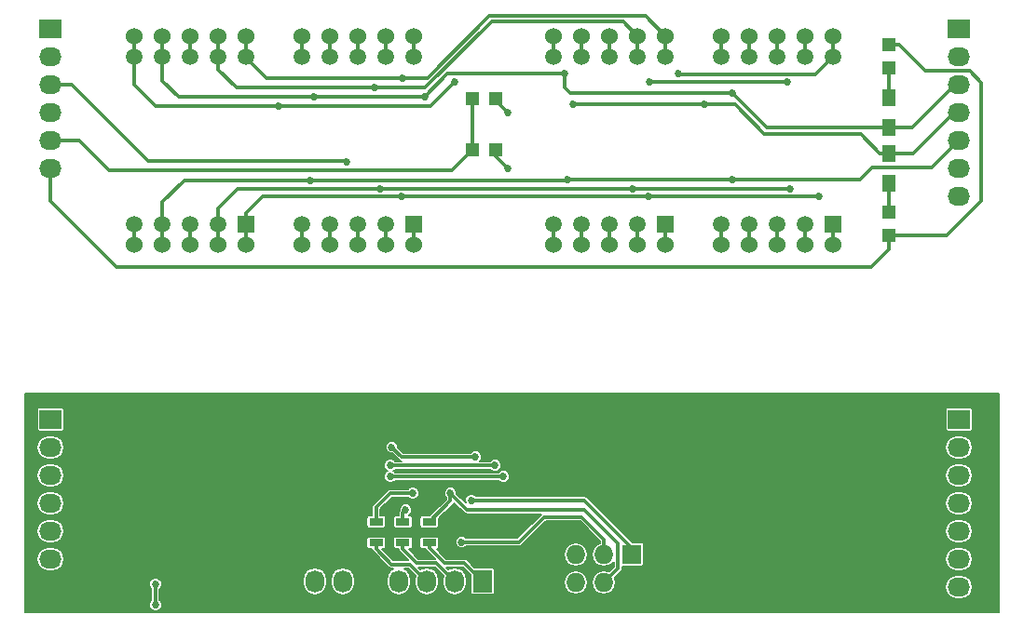
<source format=gbl>
G04 #@! TF.FileFunction,Copper,L2,Bot,Signal*
%FSLAX46Y46*%
G04 Gerber Fmt 4.6, Leading zero omitted, Abs format (unit mm)*
G04 Created by KiCad (PCBNEW 4.0.0-2.201512072331+6194~38~ubuntu14.04.1-stable) date Sun 31 Jul 2016 10:30:43 AM CEST*
%MOMM*%
G01*
G04 APERTURE LIST*
%ADD10C,0.100000*%
%ADD11R,1.198880X1.198880*%
%ADD12R,2.032000X1.727200*%
%ADD13O,2.032000X1.727200*%
%ADD14R,1.300000X1.500000*%
%ADD15R,1.727200X1.727200*%
%ADD16O,1.727200X1.727200*%
%ADD17R,1.300000X0.700000*%
%ADD18R,1.500000X1.500000*%
%ADD19C,1.500000*%
%ADD20C,1.524000*%
%ADD21R,1.727200X2.032000*%
%ADD22O,1.727200X2.032000*%
%ADD23C,0.685800*%
%ADD24C,0.304800*%
%ADD25C,0.152400*%
G04 APERTURE END LIST*
D10*
D11*
X159799020Y-56769000D03*
X157700980Y-56769000D03*
X159799020Y-52070000D03*
X157700980Y-52070000D03*
X195580000Y-49309020D03*
X195580000Y-47210980D03*
X195580000Y-62450980D03*
X195580000Y-64549020D03*
D12*
X119380000Y-81280000D03*
D13*
X119380000Y-83820000D03*
X119380000Y-86360000D03*
X119380000Y-88900000D03*
X119380000Y-91440000D03*
X119380000Y-93980000D03*
D12*
X201930000Y-81280000D03*
D13*
X201930000Y-83820000D03*
X201930000Y-86360000D03*
X201930000Y-88900000D03*
X201930000Y-91440000D03*
X201930000Y-93980000D03*
X201930000Y-96520000D03*
D14*
X195580000Y-51990000D03*
X195580000Y-54690000D03*
X195580000Y-59770000D03*
X195580000Y-57070000D03*
D15*
X172212000Y-93599000D03*
D16*
X172212000Y-96139000D03*
X169672000Y-93599000D03*
X169672000Y-96139000D03*
X167132000Y-93599000D03*
X167132000Y-96139000D03*
D12*
X119380000Y-45720000D03*
D13*
X119380000Y-48260000D03*
X119380000Y-50800000D03*
X119380000Y-53340000D03*
X119380000Y-55880000D03*
X119380000Y-58420000D03*
D12*
X201930000Y-45720000D03*
D13*
X201930000Y-48260000D03*
X201930000Y-50800000D03*
X201930000Y-53340000D03*
X201930000Y-55880000D03*
X201930000Y-58420000D03*
X201930000Y-60960000D03*
D17*
X153797000Y-92517000D03*
X153797000Y-90617000D03*
X148971000Y-92517000D03*
X148971000Y-90617000D03*
D18*
X137160000Y-63500000D03*
D19*
X134620000Y-63500000D03*
X132080000Y-63500000D03*
X129540000Y-63500000D03*
X127000000Y-63500000D03*
X127000000Y-48260000D03*
X129540000Y-48260000D03*
X132080000Y-48260000D03*
X134620000Y-48260000D03*
X137160000Y-48260000D03*
D20*
X137160000Y-65379600D03*
X134620000Y-65379600D03*
X132080000Y-65379600D03*
X129540000Y-65379600D03*
X127000000Y-65379600D03*
X127000000Y-46380400D03*
X129540000Y-46380400D03*
X132080000Y-46380400D03*
X134620000Y-46380400D03*
X137160000Y-46380400D03*
D18*
X152400000Y-63500000D03*
D19*
X149860000Y-63500000D03*
X147320000Y-63500000D03*
X144780000Y-63500000D03*
X142240000Y-63500000D03*
X142240000Y-48260000D03*
X144780000Y-48260000D03*
X147320000Y-48260000D03*
X149860000Y-48260000D03*
X152400000Y-48260000D03*
D20*
X152400000Y-65379600D03*
X149860000Y-65379600D03*
X147320000Y-65379600D03*
X144780000Y-65379600D03*
X142240000Y-65379600D03*
X142240000Y-46380400D03*
X144780000Y-46380400D03*
X147320000Y-46380400D03*
X149860000Y-46380400D03*
X152400000Y-46380400D03*
D18*
X175260000Y-63500000D03*
D19*
X172720000Y-63500000D03*
X170180000Y-63500000D03*
X167640000Y-63500000D03*
X165100000Y-63500000D03*
X165100000Y-48260000D03*
X167640000Y-48260000D03*
X170180000Y-48260000D03*
X172720000Y-48260000D03*
X175260000Y-48260000D03*
D20*
X175260000Y-65379600D03*
X172720000Y-65379600D03*
X170180000Y-65379600D03*
X167640000Y-65379600D03*
X165100000Y-65379600D03*
X165100000Y-46380400D03*
X167640000Y-46380400D03*
X170180000Y-46380400D03*
X172720000Y-46380400D03*
X175260000Y-46380400D03*
D18*
X190500000Y-63500000D03*
D19*
X187960000Y-63500000D03*
X185420000Y-63500000D03*
X182880000Y-63500000D03*
X180340000Y-63500000D03*
X180340000Y-48260000D03*
X182880000Y-48260000D03*
X185420000Y-48260000D03*
X187960000Y-48260000D03*
X190500000Y-48260000D03*
D20*
X190500000Y-65379600D03*
X187960000Y-65379600D03*
X185420000Y-65379600D03*
X182880000Y-65379600D03*
X180340000Y-65379600D03*
X180340000Y-46380400D03*
X182880000Y-46380400D03*
X185420000Y-46380400D03*
X187960000Y-46380400D03*
X190500000Y-46380400D03*
D17*
X151384000Y-92517000D03*
X151384000Y-90617000D03*
D21*
X158623000Y-96012000D03*
D22*
X156083000Y-96012000D03*
X153543000Y-96012000D03*
X151003000Y-96012000D03*
X148463000Y-96012000D03*
X145923000Y-96012000D03*
X143383000Y-96012000D03*
D23*
X189230000Y-61023500D03*
X173736000Y-61023500D03*
X151257000Y-61023500D03*
X172275500Y-60325000D03*
X149352000Y-60325000D03*
X186563000Y-60325000D03*
X181356000Y-59436000D03*
X166306500Y-59499500D03*
X143002000Y-59563000D03*
X166814500Y-52641500D03*
X178752500Y-52641500D03*
X156083000Y-50609500D03*
X140081000Y-52768500D03*
X153352500Y-51943000D03*
X181292500Y-51562000D03*
X166116000Y-49847500D03*
X143319500Y-51943000D03*
X186309000Y-50609500D03*
X173799500Y-50609500D03*
X148780500Y-51117500D03*
X176403000Y-49847500D03*
X151320500Y-50228500D03*
X146304000Y-57848500D03*
X157099000Y-83820000D03*
X158623000Y-83820000D03*
X162433000Y-95758000D03*
X155829000Y-80772000D03*
X156210000Y-89535000D03*
X175768000Y-88646000D03*
X173228000Y-82042000D03*
X147447000Y-92456000D03*
X141097000Y-82042000D03*
X128905000Y-96266000D03*
X128905000Y-98171000D03*
X160909000Y-58420000D03*
X160909000Y-53340000D03*
X155702000Y-88011000D03*
X156718000Y-92456000D03*
X152273000Y-88011000D03*
X151638000Y-89535000D03*
X157607000Y-88646000D03*
X150368000Y-83820000D03*
X157988000Y-84709000D03*
X150241000Y-85471000D03*
X159766000Y-85471000D03*
X150241000Y-86487000D03*
X160528000Y-86487000D03*
D24*
X173736000Y-61023500D02*
X189230000Y-61023500D01*
X151257000Y-61023500D02*
X173736000Y-61023500D01*
X137160000Y-63500000D02*
X137160000Y-62484000D01*
X138620500Y-61023500D02*
X151257000Y-61023500D01*
X137160000Y-62484000D02*
X138620500Y-61023500D01*
X137160000Y-63500000D02*
X137160000Y-65379600D01*
X152400000Y-63500000D02*
X152400000Y-65379600D01*
X175260000Y-63500000D02*
X175260000Y-65379600D01*
X190500000Y-63500000D02*
X190500000Y-65379600D01*
X172275500Y-60325000D02*
X186563000Y-60325000D01*
X170688000Y-60325000D02*
X172275500Y-60325000D01*
X186499500Y-60261500D02*
X186563000Y-60325000D01*
X147955000Y-60325000D02*
X149352000Y-60325000D01*
X134620000Y-62103000D02*
X136398000Y-60325000D01*
X136398000Y-60325000D02*
X147955000Y-60325000D01*
X134620000Y-63500000D02*
X134620000Y-62103000D01*
X149352000Y-60325000D02*
X170688000Y-60325000D01*
X170688000Y-60325000D02*
X170751500Y-60325000D01*
X134620000Y-63500000D02*
X134620000Y-65379600D01*
X149860000Y-63500000D02*
X149860000Y-65379600D01*
X172720000Y-63500000D02*
X172720000Y-65379600D01*
X187960000Y-63500000D02*
X187960000Y-65379600D01*
X185420000Y-48260000D02*
X185420000Y-46380400D01*
X185420000Y-63500000D02*
X185420000Y-65379600D01*
X181356000Y-59436000D02*
X192913000Y-59436000D01*
X199453500Y-58356500D02*
X201930000Y-55880000D01*
X193992500Y-58356500D02*
X199453500Y-58356500D01*
X192913000Y-59436000D02*
X193992500Y-58356500D01*
X166306500Y-59499500D02*
X181292500Y-59499500D01*
X181292500Y-59499500D02*
X181356000Y-59436000D01*
X143002000Y-59563000D02*
X166243000Y-59563000D01*
X166243000Y-59563000D02*
X166306500Y-59499500D01*
X129540000Y-63500000D02*
X129540000Y-61531500D01*
X131508500Y-59563000D02*
X143002000Y-59563000D01*
X129540000Y-61531500D02*
X131508500Y-59563000D01*
X129540000Y-63500000D02*
X129540000Y-65379600D01*
X144780000Y-63500000D02*
X144780000Y-65379600D01*
X167640000Y-63500000D02*
X167640000Y-65379600D01*
X182880000Y-63500000D02*
X182880000Y-65379600D01*
X178752500Y-52641500D02*
X181546500Y-52641500D01*
X194738000Y-57070000D02*
X195580000Y-57070000D01*
X192976500Y-55308500D02*
X194738000Y-57070000D01*
X184213500Y-55308500D02*
X192976500Y-55308500D01*
X181546500Y-52641500D02*
X184213500Y-55308500D01*
X166814500Y-52641500D02*
X178752500Y-52641500D01*
X140081000Y-52768500D02*
X153924000Y-52768500D01*
X153924000Y-52768500D02*
X156083000Y-50609500D01*
X180340000Y-48260000D02*
X180340000Y-46380400D01*
X165100000Y-46380400D02*
X165100000Y-48260000D01*
X201930000Y-53340000D02*
X201485500Y-53340000D01*
X201485500Y-53340000D02*
X197755500Y-57070000D01*
X197755500Y-57070000D02*
X195580000Y-57070000D01*
X127000000Y-48260000D02*
X127000000Y-50863500D01*
X128905000Y-52768500D02*
X140081000Y-52768500D01*
X127000000Y-50863500D02*
X128905000Y-52768500D01*
X142240000Y-46380400D02*
X142240000Y-48260000D01*
X127000000Y-46380400D02*
X127000000Y-48260000D01*
X195580000Y-54690000D02*
X184420500Y-54690000D01*
X184420500Y-54690000D02*
X181292500Y-51562000D01*
X166116000Y-49847500D02*
X166116000Y-51054000D01*
X166116000Y-51054000D02*
X166624000Y-51562000D01*
X166624000Y-51562000D02*
X181292500Y-51562000D01*
X143319500Y-51943000D02*
X153352500Y-51943000D01*
X155448000Y-49847500D02*
X166116000Y-49847500D01*
X153352500Y-51943000D02*
X155448000Y-49847500D01*
X182880000Y-46380400D02*
X182880000Y-48260000D01*
X167640000Y-48260000D02*
X167640000Y-46380400D01*
X201930000Y-50800000D02*
X201549000Y-50800000D01*
X201549000Y-50800000D02*
X197659000Y-54690000D01*
X197659000Y-54690000D02*
X195580000Y-54690000D01*
X129540000Y-48260000D02*
X129540000Y-50482500D01*
X131000500Y-51943000D02*
X143319500Y-51943000D01*
X129540000Y-50482500D02*
X131000500Y-51943000D01*
X144780000Y-46380400D02*
X144780000Y-48260000D01*
X129540000Y-46380400D02*
X129540000Y-48260000D01*
X153225500Y-51117500D02*
X153416000Y-51117500D01*
X148780500Y-51117500D02*
X153225500Y-51117500D01*
X171424600Y-45085000D02*
X172720000Y-46380400D01*
X159448500Y-45085000D02*
X171424600Y-45085000D01*
X153416000Y-51117500D02*
X159448500Y-45085000D01*
X173799500Y-50609500D02*
X186309000Y-50609500D01*
X187960000Y-46380400D02*
X187960000Y-48260000D01*
X172720000Y-48260000D02*
X172720000Y-46380400D01*
X134620000Y-48260000D02*
X134620000Y-49466500D01*
X136271000Y-51117500D02*
X148780500Y-51117500D01*
X134620000Y-49466500D02*
X136271000Y-51117500D01*
X149860000Y-46380400D02*
X149860000Y-48260000D01*
X134620000Y-46380400D02*
X134620000Y-48260000D01*
X152781000Y-50228500D02*
X153606500Y-50228500D01*
X151320500Y-50228500D02*
X152781000Y-50228500D01*
X173456600Y-44577000D02*
X175260000Y-46380400D01*
X159258000Y-44577000D02*
X173456600Y-44577000D01*
X153606500Y-50228500D02*
X159258000Y-44577000D01*
X188849000Y-49911000D02*
X190500000Y-48260000D01*
X176466500Y-49911000D02*
X188849000Y-49911000D01*
X176403000Y-49847500D02*
X176466500Y-49911000D01*
X190500000Y-48260000D02*
X190500000Y-46380400D01*
X175260000Y-46380400D02*
X175260000Y-48260000D01*
X137160000Y-48260000D02*
X137160000Y-48387000D01*
X137160000Y-48387000D02*
X139001500Y-50228500D01*
X139001500Y-50228500D02*
X151320500Y-50228500D01*
X152400000Y-46380400D02*
X152400000Y-48260000D01*
X137160000Y-46380400D02*
X137160000Y-48260000D01*
X119380000Y-48260000D02*
X119570500Y-48260000D01*
X170180000Y-46380400D02*
X170180000Y-48260000D01*
X170180000Y-63500000D02*
X170180000Y-65379600D01*
X119380000Y-50800000D02*
X121285000Y-50800000D01*
X146240500Y-57785000D02*
X146304000Y-57848500D01*
X128270000Y-57785000D02*
X146240500Y-57785000D01*
X121285000Y-50800000D02*
X128270000Y-57785000D01*
X147320000Y-63500000D02*
X147320000Y-65379600D01*
X147320000Y-46380400D02*
X147320000Y-48260000D01*
X132080000Y-63500000D02*
X132080000Y-65379600D01*
X132080000Y-46380400D02*
X132080000Y-48260000D01*
X128905000Y-96266000D02*
X128905000Y-98171000D01*
X159799020Y-56769000D02*
X159799020Y-57310020D01*
X159799020Y-57310020D02*
X160909000Y-58420000D01*
X157700980Y-56769000D02*
X157700980Y-52070000D01*
X119380000Y-55880000D02*
X121983500Y-55880000D01*
X155859480Y-58610500D02*
X157700980Y-56769000D01*
X124714000Y-58610500D02*
X155859480Y-58610500D01*
X121983500Y-55880000D02*
X124714000Y-58610500D01*
X159799020Y-52070000D02*
X159799020Y-52230020D01*
X159799020Y-52230020D02*
X160909000Y-53340000D01*
X195580000Y-49309020D02*
X195580000Y-51990000D01*
X195580000Y-64549020D02*
X195580000Y-65786000D01*
X119380000Y-61417200D02*
X119380000Y-58420000D01*
X125374400Y-67411600D02*
X119380000Y-61417200D01*
X193954400Y-67411600D02*
X125374400Y-67411600D01*
X195580000Y-65786000D02*
X193954400Y-67411600D01*
X195580000Y-47210980D02*
X196499480Y-47210980D01*
X200817480Y-64549020D02*
X195580000Y-64549020D01*
X203962000Y-61404500D02*
X200817480Y-64549020D01*
X203962000Y-50673000D02*
X203962000Y-61404500D01*
X202882500Y-49593500D02*
X203962000Y-50673000D01*
X198882000Y-49593500D02*
X202882500Y-49593500D01*
X196499480Y-47210980D02*
X198882000Y-49593500D01*
X195580000Y-59770000D02*
X195580000Y-62450980D01*
X155702000Y-88011000D02*
X155702000Y-88712000D01*
X155702000Y-88712000D02*
X153797000Y-90617000D01*
X170942000Y-94869000D02*
X169672000Y-96139000D01*
X170942000Y-92583000D02*
X170942000Y-94869000D01*
X167894000Y-89535000D02*
X170942000Y-92583000D01*
X157226000Y-89535000D02*
X167894000Y-89535000D01*
X155702000Y-88011000D02*
X157226000Y-89535000D01*
X169672000Y-93599000D02*
X169672000Y-92202000D01*
X161925000Y-92456000D02*
X156718000Y-92456000D01*
X164211000Y-90170000D02*
X161925000Y-92456000D01*
X167640000Y-90170000D02*
X164211000Y-90170000D01*
X169672000Y-92202000D02*
X167640000Y-90170000D01*
X152273000Y-88011000D02*
X150241000Y-88011000D01*
X150241000Y-88011000D02*
X148971000Y-89281000D01*
X148971000Y-89281000D02*
X148971000Y-90617000D01*
X151638000Y-89535000D02*
X151384000Y-89789000D01*
X151384000Y-89789000D02*
X151384000Y-90617000D01*
X167894000Y-88646000D02*
X157607000Y-88646000D01*
X172212000Y-92964000D02*
X167894000Y-88646000D01*
X172212000Y-93599000D02*
X172212000Y-92964000D01*
X150368000Y-83820000D02*
X151257000Y-84709000D01*
X151257000Y-84709000D02*
X157988000Y-84709000D01*
X150241000Y-85471000D02*
X159766000Y-85471000D01*
X150241000Y-86487000D02*
X160528000Y-86487000D01*
X180340000Y-63500000D02*
X180340000Y-65379600D01*
X165100000Y-63500000D02*
X165100000Y-65379600D01*
X142240000Y-63500000D02*
X142240000Y-65379600D01*
X127000000Y-63500000D02*
X127000000Y-65379600D01*
X153797000Y-92517000D02*
X153797000Y-92964000D01*
X153797000Y-92964000D02*
X155194000Y-94361000D01*
X155194000Y-94361000D02*
X156972000Y-94361000D01*
X156972000Y-94361000D02*
X158623000Y-96012000D01*
X151384000Y-92517000D02*
X151384000Y-93091000D01*
X151384000Y-93091000D02*
X152654000Y-94361000D01*
X152654000Y-94361000D02*
X154432000Y-94361000D01*
X154432000Y-94361000D02*
X156083000Y-96012000D01*
X148971000Y-92517000D02*
X148971000Y-93091000D01*
X148971000Y-93091000D02*
X150368000Y-94488000D01*
X150368000Y-94488000D02*
X152019000Y-94488000D01*
X152019000Y-94488000D02*
X153543000Y-96012000D01*
D25*
G36*
X146812000Y-78968600D02*
X175514000Y-78968600D01*
X175641694Y-78943200D01*
X180974306Y-78943200D01*
X181102000Y-78968600D01*
X205511400Y-78968600D01*
X205511400Y-98831400D01*
X117068600Y-98831400D01*
X117068600Y-96379180D01*
X128333401Y-96379180D01*
X128420224Y-96589306D01*
X128524000Y-96693263D01*
X128524000Y-97743818D01*
X128420789Y-97846849D01*
X128333600Y-98056823D01*
X128333401Y-98284180D01*
X128420224Y-98494306D01*
X128580849Y-98655211D01*
X128790823Y-98742400D01*
X129018180Y-98742599D01*
X129228306Y-98655776D01*
X129389211Y-98495151D01*
X129476400Y-98285177D01*
X129476599Y-98057820D01*
X129389776Y-97847694D01*
X129286000Y-97743737D01*
X129286000Y-96693182D01*
X129389211Y-96590151D01*
X129476400Y-96380177D01*
X129476599Y-96152820D01*
X129389776Y-95942694D01*
X129282487Y-95835217D01*
X142290800Y-95835217D01*
X142290800Y-96188783D01*
X142373939Y-96606750D01*
X142610698Y-96961085D01*
X142965033Y-97197844D01*
X143383000Y-97280983D01*
X143800967Y-97197844D01*
X144155302Y-96961085D01*
X144392061Y-96606750D01*
X144475200Y-96188783D01*
X144475200Y-95835217D01*
X144830800Y-95835217D01*
X144830800Y-96188783D01*
X144913939Y-96606750D01*
X145150698Y-96961085D01*
X145505033Y-97197844D01*
X145923000Y-97280983D01*
X146340967Y-97197844D01*
X146695302Y-96961085D01*
X146932061Y-96606750D01*
X147015200Y-96188783D01*
X147015200Y-95835217D01*
X146932061Y-95417250D01*
X146695302Y-95062915D01*
X146340967Y-94826156D01*
X145923000Y-94743017D01*
X145505033Y-94826156D01*
X145150698Y-95062915D01*
X144913939Y-95417250D01*
X144830800Y-95835217D01*
X144475200Y-95835217D01*
X144392061Y-95417250D01*
X144155302Y-95062915D01*
X143800967Y-94826156D01*
X143383000Y-94743017D01*
X142965033Y-94826156D01*
X142610698Y-95062915D01*
X142373939Y-95417250D01*
X142290800Y-95835217D01*
X129282487Y-95835217D01*
X129229151Y-95781789D01*
X129019177Y-95694600D01*
X128791820Y-95694401D01*
X128581694Y-95781224D01*
X128420789Y-95941849D01*
X128333600Y-96151823D01*
X128333401Y-96379180D01*
X117068600Y-96379180D01*
X117068600Y-93980000D01*
X118111017Y-93980000D01*
X118194156Y-94397967D01*
X118430915Y-94752302D01*
X118785250Y-94989061D01*
X119203217Y-95072200D01*
X119556783Y-95072200D01*
X119974750Y-94989061D01*
X120329085Y-94752302D01*
X120565844Y-94397967D01*
X120648983Y-93980000D01*
X120565844Y-93562033D01*
X120329085Y-93207698D01*
X119974750Y-92970939D01*
X119556783Y-92887800D01*
X119203217Y-92887800D01*
X118785250Y-92970939D01*
X118430915Y-93207698D01*
X118194156Y-93562033D01*
X118111017Y-93980000D01*
X117068600Y-93980000D01*
X117068600Y-91440000D01*
X118111017Y-91440000D01*
X118194156Y-91857967D01*
X118430915Y-92212302D01*
X118785250Y-92449061D01*
X119203217Y-92532200D01*
X119556783Y-92532200D01*
X119974750Y-92449061D01*
X120329085Y-92212302D01*
X120359354Y-92167000D01*
X148087922Y-92167000D01*
X148087922Y-92867000D01*
X148103862Y-92951714D01*
X148153928Y-93029518D01*
X148230320Y-93081715D01*
X148321000Y-93100078D01*
X148591806Y-93100078D01*
X148619002Y-93236803D01*
X148701592Y-93360408D01*
X150098590Y-94757405D01*
X150098592Y-94757408D01*
X150172688Y-94806917D01*
X150222197Y-94839998D01*
X150368000Y-94869000D01*
X150520912Y-94869000D01*
X150230698Y-95062915D01*
X149993939Y-95417250D01*
X149910800Y-95835217D01*
X149910800Y-96188783D01*
X149993939Y-96606750D01*
X150230698Y-96961085D01*
X150585033Y-97197844D01*
X151003000Y-97280983D01*
X151420967Y-97197844D01*
X151775302Y-96961085D01*
X152012061Y-96606750D01*
X152095200Y-96188783D01*
X152095200Y-95835217D01*
X152012061Y-95417250D01*
X151775302Y-95062915D01*
X151485088Y-94869000D01*
X151861184Y-94869000D01*
X152513282Y-95521098D01*
X152450800Y-95835217D01*
X152450800Y-96188783D01*
X152533939Y-96606750D01*
X152770698Y-96961085D01*
X153125033Y-97197844D01*
X153543000Y-97280983D01*
X153960967Y-97197844D01*
X154315302Y-96961085D01*
X154552061Y-96606750D01*
X154635200Y-96188783D01*
X154635200Y-95835217D01*
X154552061Y-95417250D01*
X154315302Y-95062915D01*
X153960967Y-94826156D01*
X153543000Y-94743017D01*
X153125033Y-94826156D01*
X152987721Y-94917905D01*
X152811816Y-94742000D01*
X154274184Y-94742000D01*
X155053282Y-95521098D01*
X154990800Y-95835217D01*
X154990800Y-96188783D01*
X155073939Y-96606750D01*
X155310698Y-96961085D01*
X155665033Y-97197844D01*
X156083000Y-97280983D01*
X156500967Y-97197844D01*
X156855302Y-96961085D01*
X157092061Y-96606750D01*
X157175200Y-96188783D01*
X157175200Y-95835217D01*
X157092061Y-95417250D01*
X156855302Y-95062915D01*
X156500967Y-94826156D01*
X156083000Y-94743017D01*
X155665033Y-94826156D01*
X155527721Y-94917905D01*
X155351816Y-94742000D01*
X156814184Y-94742000D01*
X157526322Y-95454138D01*
X157526322Y-97028000D01*
X157542262Y-97112714D01*
X157592328Y-97190518D01*
X157668720Y-97242715D01*
X157759400Y-97261078D01*
X159486600Y-97261078D01*
X159571314Y-97245138D01*
X159649118Y-97195072D01*
X159701315Y-97118680D01*
X159719678Y-97028000D01*
X159719678Y-96117603D01*
X166039800Y-96117603D01*
X166039800Y-96160397D01*
X166122939Y-96578364D01*
X166359698Y-96932699D01*
X166714033Y-97169458D01*
X167132000Y-97252597D01*
X167549967Y-97169458D01*
X167904302Y-96932699D01*
X168141061Y-96578364D01*
X168224200Y-96160397D01*
X168224200Y-96117603D01*
X168141061Y-95699636D01*
X167904302Y-95345301D01*
X167549967Y-95108542D01*
X167132000Y-95025403D01*
X166714033Y-95108542D01*
X166359698Y-95345301D01*
X166122939Y-95699636D01*
X166039800Y-96117603D01*
X159719678Y-96117603D01*
X159719678Y-94996000D01*
X159703738Y-94911286D01*
X159653672Y-94833482D01*
X159577280Y-94781285D01*
X159486600Y-94762922D01*
X157912738Y-94762922D01*
X157241408Y-94091592D01*
X157117803Y-94009002D01*
X156972000Y-93980000D01*
X155351815Y-93980000D01*
X154949418Y-93577603D01*
X166039800Y-93577603D01*
X166039800Y-93620397D01*
X166122939Y-94038364D01*
X166359698Y-94392699D01*
X166714033Y-94629458D01*
X167132000Y-94712597D01*
X167549967Y-94629458D01*
X167904302Y-94392699D01*
X168141061Y-94038364D01*
X168224200Y-93620397D01*
X168224200Y-93577603D01*
X168141061Y-93159636D01*
X167904302Y-92805301D01*
X167549967Y-92568542D01*
X167132000Y-92485403D01*
X166714033Y-92568542D01*
X166359698Y-92805301D01*
X166122939Y-93159636D01*
X166039800Y-93577603D01*
X154949418Y-93577603D01*
X154467951Y-93096136D01*
X154531714Y-93084138D01*
X154609518Y-93034072D01*
X154661715Y-92957680D01*
X154680078Y-92867000D01*
X154680078Y-92167000D01*
X154664138Y-92082286D01*
X154614072Y-92004482D01*
X154537680Y-91952285D01*
X154447000Y-91933922D01*
X153147000Y-91933922D01*
X153062286Y-91949862D01*
X152984482Y-91999928D01*
X152932285Y-92076320D01*
X152913922Y-92167000D01*
X152913922Y-92867000D01*
X152929862Y-92951714D01*
X152979928Y-93029518D01*
X153056320Y-93081715D01*
X153147000Y-93100078D01*
X153443068Y-93100078D01*
X153445002Y-93109803D01*
X153527592Y-93233408D01*
X154274185Y-93980000D01*
X152811816Y-93980000D01*
X151931894Y-93100078D01*
X152034000Y-93100078D01*
X152118714Y-93084138D01*
X152196518Y-93034072D01*
X152248715Y-92957680D01*
X152267078Y-92867000D01*
X152267078Y-92167000D01*
X152251138Y-92082286D01*
X152201072Y-92004482D01*
X152124680Y-91952285D01*
X152034000Y-91933922D01*
X150734000Y-91933922D01*
X150649286Y-91949862D01*
X150571482Y-91999928D01*
X150519285Y-92076320D01*
X150500922Y-92167000D01*
X150500922Y-92867000D01*
X150516862Y-92951714D01*
X150566928Y-93029518D01*
X150643320Y-93081715D01*
X150734000Y-93100078D01*
X151004806Y-93100078D01*
X151032002Y-93236803D01*
X151114592Y-93360408D01*
X151861184Y-94107000D01*
X150525815Y-94107000D01*
X149518894Y-93100078D01*
X149621000Y-93100078D01*
X149705714Y-93084138D01*
X149783518Y-93034072D01*
X149835715Y-92957680D01*
X149854078Y-92867000D01*
X149854078Y-92167000D01*
X149838138Y-92082286D01*
X149788072Y-92004482D01*
X149711680Y-91952285D01*
X149621000Y-91933922D01*
X148321000Y-91933922D01*
X148236286Y-91949862D01*
X148158482Y-91999928D01*
X148106285Y-92076320D01*
X148087922Y-92167000D01*
X120359354Y-92167000D01*
X120565844Y-91857967D01*
X120648983Y-91440000D01*
X120565844Y-91022033D01*
X120329085Y-90667698D01*
X119974750Y-90430939D01*
X119556783Y-90347800D01*
X119203217Y-90347800D01*
X118785250Y-90430939D01*
X118430915Y-90667698D01*
X118194156Y-91022033D01*
X118111017Y-91440000D01*
X117068600Y-91440000D01*
X117068600Y-90267000D01*
X148087922Y-90267000D01*
X148087922Y-90967000D01*
X148103862Y-91051714D01*
X148153928Y-91129518D01*
X148230320Y-91181715D01*
X148321000Y-91200078D01*
X149621000Y-91200078D01*
X149705714Y-91184138D01*
X149783518Y-91134072D01*
X149835715Y-91057680D01*
X149854078Y-90967000D01*
X149854078Y-90267000D01*
X150500922Y-90267000D01*
X150500922Y-90967000D01*
X150516862Y-91051714D01*
X150566928Y-91129518D01*
X150643320Y-91181715D01*
X150734000Y-91200078D01*
X152034000Y-91200078D01*
X152118714Y-91184138D01*
X152196518Y-91134072D01*
X152248715Y-91057680D01*
X152267078Y-90967000D01*
X152267078Y-90267000D01*
X152913922Y-90267000D01*
X152913922Y-90967000D01*
X152929862Y-91051714D01*
X152979928Y-91129518D01*
X153056320Y-91181715D01*
X153147000Y-91200078D01*
X154447000Y-91200078D01*
X154531714Y-91184138D01*
X154609518Y-91134072D01*
X154661715Y-91057680D01*
X154680078Y-90967000D01*
X154680078Y-90272738D01*
X155971408Y-88981408D01*
X156036370Y-88884185D01*
X156956590Y-89804405D01*
X156956592Y-89804408D01*
X157080198Y-89886998D01*
X157226000Y-89916000D01*
X163926184Y-89916000D01*
X161767184Y-92075000D01*
X157145182Y-92075000D01*
X157042151Y-91971789D01*
X156832177Y-91884600D01*
X156604820Y-91884401D01*
X156394694Y-91971224D01*
X156233789Y-92131849D01*
X156146600Y-92341823D01*
X156146401Y-92569180D01*
X156233224Y-92779306D01*
X156393849Y-92940211D01*
X156603823Y-93027400D01*
X156831180Y-93027599D01*
X157041306Y-92940776D01*
X157145263Y-92837000D01*
X161925000Y-92837000D01*
X162070803Y-92807998D01*
X162194408Y-92725408D01*
X164368816Y-90551000D01*
X167482184Y-90551000D01*
X169291000Y-92359816D01*
X169291000Y-92561189D01*
X169254033Y-92568542D01*
X168899698Y-92805301D01*
X168662939Y-93159636D01*
X168579800Y-93577603D01*
X168579800Y-93620397D01*
X168662939Y-94038364D01*
X168899698Y-94392699D01*
X169254033Y-94629458D01*
X169672000Y-94712597D01*
X170089967Y-94629458D01*
X170444302Y-94392699D01*
X170561000Y-94218048D01*
X170561000Y-94711184D01*
X170134132Y-95138052D01*
X170089967Y-95108542D01*
X169672000Y-95025403D01*
X169254033Y-95108542D01*
X168899698Y-95345301D01*
X168662939Y-95699636D01*
X168579800Y-96117603D01*
X168579800Y-96160397D01*
X168662939Y-96578364D01*
X168899698Y-96932699D01*
X169254033Y-97169458D01*
X169672000Y-97252597D01*
X170089967Y-97169458D01*
X170444302Y-96932699D01*
X170681061Y-96578364D01*
X170692670Y-96520000D01*
X200661017Y-96520000D01*
X200744156Y-96937967D01*
X200980915Y-97292302D01*
X201335250Y-97529061D01*
X201753217Y-97612200D01*
X202106783Y-97612200D01*
X202524750Y-97529061D01*
X202879085Y-97292302D01*
X203115844Y-96937967D01*
X203198983Y-96520000D01*
X203115844Y-96102033D01*
X202879085Y-95747698D01*
X202524750Y-95510939D01*
X202106783Y-95427800D01*
X201753217Y-95427800D01*
X201335250Y-95510939D01*
X200980915Y-95747698D01*
X200744156Y-96102033D01*
X200661017Y-96520000D01*
X170692670Y-96520000D01*
X170764200Y-96160397D01*
X170764200Y-96117603D01*
X170681061Y-95699636D01*
X170668692Y-95681124D01*
X171211408Y-95138408D01*
X171293998Y-95014803D01*
X171323000Y-94869000D01*
X171323000Y-94690534D01*
X171348400Y-94695678D01*
X173075600Y-94695678D01*
X173160314Y-94679738D01*
X173238118Y-94629672D01*
X173290315Y-94553280D01*
X173308678Y-94462600D01*
X173308678Y-93980000D01*
X200661017Y-93980000D01*
X200744156Y-94397967D01*
X200980915Y-94752302D01*
X201335250Y-94989061D01*
X201753217Y-95072200D01*
X202106783Y-95072200D01*
X202524750Y-94989061D01*
X202879085Y-94752302D01*
X203115844Y-94397967D01*
X203198983Y-93980000D01*
X203115844Y-93562033D01*
X202879085Y-93207698D01*
X202524750Y-92970939D01*
X202106783Y-92887800D01*
X201753217Y-92887800D01*
X201335250Y-92970939D01*
X200980915Y-93207698D01*
X200744156Y-93562033D01*
X200661017Y-93980000D01*
X173308678Y-93980000D01*
X173308678Y-92735400D01*
X173292738Y-92650686D01*
X173242672Y-92572882D01*
X173166280Y-92520685D01*
X173075600Y-92502322D01*
X172289138Y-92502322D01*
X171226816Y-91440000D01*
X200661017Y-91440000D01*
X200744156Y-91857967D01*
X200980915Y-92212302D01*
X201335250Y-92449061D01*
X201753217Y-92532200D01*
X202106783Y-92532200D01*
X202524750Y-92449061D01*
X202879085Y-92212302D01*
X203115844Y-91857967D01*
X203198983Y-91440000D01*
X203115844Y-91022033D01*
X202879085Y-90667698D01*
X202524750Y-90430939D01*
X202106783Y-90347800D01*
X201753217Y-90347800D01*
X201335250Y-90430939D01*
X200980915Y-90667698D01*
X200744156Y-91022033D01*
X200661017Y-91440000D01*
X171226816Y-91440000D01*
X168686816Y-88900000D01*
X200661017Y-88900000D01*
X200744156Y-89317967D01*
X200980915Y-89672302D01*
X201335250Y-89909061D01*
X201753217Y-89992200D01*
X202106783Y-89992200D01*
X202524750Y-89909061D01*
X202879085Y-89672302D01*
X203115844Y-89317967D01*
X203198983Y-88900000D01*
X203115844Y-88482033D01*
X202879085Y-88127698D01*
X202524750Y-87890939D01*
X202106783Y-87807800D01*
X201753217Y-87807800D01*
X201335250Y-87890939D01*
X200980915Y-88127698D01*
X200744156Y-88482033D01*
X200661017Y-88900000D01*
X168686816Y-88900000D01*
X168163408Y-88376592D01*
X168039803Y-88294002D01*
X167894000Y-88265000D01*
X158034182Y-88265000D01*
X157931151Y-88161789D01*
X157721177Y-88074600D01*
X157493820Y-88074401D01*
X157283694Y-88161224D01*
X157122789Y-88321849D01*
X157035600Y-88531823D01*
X157035401Y-88759180D01*
X157068077Y-88838262D01*
X156273471Y-88043656D01*
X156273599Y-87897820D01*
X156186776Y-87687694D01*
X156026151Y-87526789D01*
X155816177Y-87439600D01*
X155588820Y-87439401D01*
X155378694Y-87526224D01*
X155217789Y-87686849D01*
X155130600Y-87896823D01*
X155130401Y-88124180D01*
X155217224Y-88334306D01*
X155321000Y-88438263D01*
X155321000Y-88554184D01*
X153841262Y-90033922D01*
X153147000Y-90033922D01*
X153062286Y-90049862D01*
X152984482Y-90099928D01*
X152932285Y-90176320D01*
X152913922Y-90267000D01*
X152267078Y-90267000D01*
X152251138Y-90182286D01*
X152201072Y-90104482D01*
X152124680Y-90052285D01*
X152034000Y-90033922D01*
X151927070Y-90033922D01*
X151961306Y-90019776D01*
X152122211Y-89859151D01*
X152209400Y-89649177D01*
X152209599Y-89421820D01*
X152122776Y-89211694D01*
X151962151Y-89050789D01*
X151752177Y-88963600D01*
X151524820Y-88963401D01*
X151314694Y-89050224D01*
X151153789Y-89210849D01*
X151066600Y-89420823D01*
X151066450Y-89591641D01*
X151032002Y-89643197D01*
X151032002Y-89643198D01*
X151003000Y-89789000D01*
X151003000Y-90033922D01*
X150734000Y-90033922D01*
X150649286Y-90049862D01*
X150571482Y-90099928D01*
X150519285Y-90176320D01*
X150500922Y-90267000D01*
X149854078Y-90267000D01*
X149838138Y-90182286D01*
X149788072Y-90104482D01*
X149711680Y-90052285D01*
X149621000Y-90033922D01*
X149352000Y-90033922D01*
X149352000Y-89438816D01*
X150398816Y-88392000D01*
X151845818Y-88392000D01*
X151948849Y-88495211D01*
X152158823Y-88582400D01*
X152386180Y-88582599D01*
X152596306Y-88495776D01*
X152757211Y-88335151D01*
X152844400Y-88125177D01*
X152844599Y-87897820D01*
X152757776Y-87687694D01*
X152597151Y-87526789D01*
X152387177Y-87439600D01*
X152159820Y-87439401D01*
X151949694Y-87526224D01*
X151845737Y-87630000D01*
X150241000Y-87630000D01*
X150095197Y-87659002D01*
X149971592Y-87741592D01*
X148701592Y-89011592D01*
X148619002Y-89135197D01*
X148619002Y-89135198D01*
X148590000Y-89281000D01*
X148590000Y-90033922D01*
X148321000Y-90033922D01*
X148236286Y-90049862D01*
X148158482Y-90099928D01*
X148106285Y-90176320D01*
X148087922Y-90267000D01*
X117068600Y-90267000D01*
X117068600Y-88900000D01*
X118111017Y-88900000D01*
X118194156Y-89317967D01*
X118430915Y-89672302D01*
X118785250Y-89909061D01*
X119203217Y-89992200D01*
X119556783Y-89992200D01*
X119974750Y-89909061D01*
X120329085Y-89672302D01*
X120565844Y-89317967D01*
X120648983Y-88900000D01*
X120565844Y-88482033D01*
X120329085Y-88127698D01*
X119974750Y-87890939D01*
X119556783Y-87807800D01*
X119203217Y-87807800D01*
X118785250Y-87890939D01*
X118430915Y-88127698D01*
X118194156Y-88482033D01*
X118111017Y-88900000D01*
X117068600Y-88900000D01*
X117068600Y-86360000D01*
X118111017Y-86360000D01*
X118194156Y-86777967D01*
X118430915Y-87132302D01*
X118785250Y-87369061D01*
X119203217Y-87452200D01*
X119556783Y-87452200D01*
X119974750Y-87369061D01*
X120329085Y-87132302D01*
X120565844Y-86777967D01*
X120648983Y-86360000D01*
X120565844Y-85942033D01*
X120329085Y-85587698D01*
X120323820Y-85584180D01*
X149669401Y-85584180D01*
X149756224Y-85794306D01*
X149916849Y-85955211D01*
X149974020Y-85978950D01*
X149917694Y-86002224D01*
X149756789Y-86162849D01*
X149669600Y-86372823D01*
X149669401Y-86600180D01*
X149756224Y-86810306D01*
X149916849Y-86971211D01*
X150126823Y-87058400D01*
X150354180Y-87058599D01*
X150564306Y-86971776D01*
X150668263Y-86868000D01*
X160100818Y-86868000D01*
X160203849Y-86971211D01*
X160413823Y-87058400D01*
X160641180Y-87058599D01*
X160851306Y-86971776D01*
X161012211Y-86811151D01*
X161099400Y-86601177D01*
X161099599Y-86373820D01*
X161093889Y-86360000D01*
X200661017Y-86360000D01*
X200744156Y-86777967D01*
X200980915Y-87132302D01*
X201335250Y-87369061D01*
X201753217Y-87452200D01*
X202106783Y-87452200D01*
X202524750Y-87369061D01*
X202879085Y-87132302D01*
X203115844Y-86777967D01*
X203198983Y-86360000D01*
X203115844Y-85942033D01*
X202879085Y-85587698D01*
X202524750Y-85350939D01*
X202106783Y-85267800D01*
X201753217Y-85267800D01*
X201335250Y-85350939D01*
X200980915Y-85587698D01*
X200744156Y-85942033D01*
X200661017Y-86360000D01*
X161093889Y-86360000D01*
X161012776Y-86163694D01*
X160852151Y-86002789D01*
X160642177Y-85915600D01*
X160414820Y-85915401D01*
X160204694Y-86002224D01*
X160100737Y-86106000D01*
X150668182Y-86106000D01*
X150565151Y-86002789D01*
X150507980Y-85979050D01*
X150564306Y-85955776D01*
X150668263Y-85852000D01*
X159338818Y-85852000D01*
X159441849Y-85955211D01*
X159651823Y-86042400D01*
X159879180Y-86042599D01*
X160089306Y-85955776D01*
X160250211Y-85795151D01*
X160337400Y-85585177D01*
X160337599Y-85357820D01*
X160250776Y-85147694D01*
X160090151Y-84986789D01*
X159880177Y-84899600D01*
X159652820Y-84899401D01*
X159442694Y-84986224D01*
X159338737Y-85090000D01*
X158415263Y-85090000D01*
X158472211Y-85033151D01*
X158559400Y-84823177D01*
X158559599Y-84595820D01*
X158472776Y-84385694D01*
X158312151Y-84224789D01*
X158102177Y-84137600D01*
X157874820Y-84137401D01*
X157664694Y-84224224D01*
X157560737Y-84328000D01*
X151414816Y-84328000D01*
X150939471Y-83852655D01*
X150939499Y-83820000D01*
X200661017Y-83820000D01*
X200744156Y-84237967D01*
X200980915Y-84592302D01*
X201335250Y-84829061D01*
X201753217Y-84912200D01*
X202106783Y-84912200D01*
X202524750Y-84829061D01*
X202879085Y-84592302D01*
X203115844Y-84237967D01*
X203198983Y-83820000D01*
X203115844Y-83402033D01*
X202879085Y-83047698D01*
X202524750Y-82810939D01*
X202106783Y-82727800D01*
X201753217Y-82727800D01*
X201335250Y-82810939D01*
X200980915Y-83047698D01*
X200744156Y-83402033D01*
X200661017Y-83820000D01*
X150939499Y-83820000D01*
X150939599Y-83706820D01*
X150852776Y-83496694D01*
X150692151Y-83335789D01*
X150482177Y-83248600D01*
X150254820Y-83248401D01*
X150044694Y-83335224D01*
X149883789Y-83495849D01*
X149796600Y-83705823D01*
X149796401Y-83933180D01*
X149883224Y-84143306D01*
X150043849Y-84304211D01*
X150253823Y-84391400D01*
X150400713Y-84391529D01*
X150987592Y-84978408D01*
X151111198Y-85060998D01*
X151256995Y-85090000D01*
X150668182Y-85090000D01*
X150565151Y-84986789D01*
X150355177Y-84899600D01*
X150127820Y-84899401D01*
X149917694Y-84986224D01*
X149756789Y-85146849D01*
X149669600Y-85356823D01*
X149669401Y-85584180D01*
X120323820Y-85584180D01*
X119974750Y-85350939D01*
X119556783Y-85267800D01*
X119203217Y-85267800D01*
X118785250Y-85350939D01*
X118430915Y-85587698D01*
X118194156Y-85942033D01*
X118111017Y-86360000D01*
X117068600Y-86360000D01*
X117068600Y-83820000D01*
X118111017Y-83820000D01*
X118194156Y-84237967D01*
X118430915Y-84592302D01*
X118785250Y-84829061D01*
X119203217Y-84912200D01*
X119556783Y-84912200D01*
X119974750Y-84829061D01*
X120329085Y-84592302D01*
X120565844Y-84237967D01*
X120648983Y-83820000D01*
X120565844Y-83402033D01*
X120329085Y-83047698D01*
X119974750Y-82810939D01*
X119556783Y-82727800D01*
X119203217Y-82727800D01*
X118785250Y-82810939D01*
X118430915Y-83047698D01*
X118194156Y-83402033D01*
X118111017Y-83820000D01*
X117068600Y-83820000D01*
X117068600Y-80416400D01*
X118130922Y-80416400D01*
X118130922Y-82143600D01*
X118146862Y-82228314D01*
X118196928Y-82306118D01*
X118273320Y-82358315D01*
X118364000Y-82376678D01*
X120396000Y-82376678D01*
X120480714Y-82360738D01*
X120558518Y-82310672D01*
X120610715Y-82234280D01*
X120629078Y-82143600D01*
X120629078Y-80416400D01*
X200680922Y-80416400D01*
X200680922Y-82143600D01*
X200696862Y-82228314D01*
X200746928Y-82306118D01*
X200823320Y-82358315D01*
X200914000Y-82376678D01*
X202946000Y-82376678D01*
X203030714Y-82360738D01*
X203108518Y-82310672D01*
X203160715Y-82234280D01*
X203179078Y-82143600D01*
X203179078Y-80416400D01*
X203163138Y-80331686D01*
X203113072Y-80253882D01*
X203036680Y-80201685D01*
X202946000Y-80183322D01*
X200914000Y-80183322D01*
X200829286Y-80199262D01*
X200751482Y-80249328D01*
X200699285Y-80325720D01*
X200680922Y-80416400D01*
X120629078Y-80416400D01*
X120613138Y-80331686D01*
X120563072Y-80253882D01*
X120486680Y-80201685D01*
X120396000Y-80183322D01*
X118364000Y-80183322D01*
X118279286Y-80199262D01*
X118201482Y-80249328D01*
X118149285Y-80325720D01*
X118130922Y-80416400D01*
X117068600Y-80416400D01*
X117068600Y-78968600D01*
X141224000Y-78968600D01*
X141351694Y-78943200D01*
X146684306Y-78943200D01*
X146812000Y-78968600D01*
X146812000Y-78968600D01*
G37*
X146812000Y-78968600D02*
X175514000Y-78968600D01*
X175641694Y-78943200D01*
X180974306Y-78943200D01*
X181102000Y-78968600D01*
X205511400Y-78968600D01*
X205511400Y-98831400D01*
X117068600Y-98831400D01*
X117068600Y-96379180D01*
X128333401Y-96379180D01*
X128420224Y-96589306D01*
X128524000Y-96693263D01*
X128524000Y-97743818D01*
X128420789Y-97846849D01*
X128333600Y-98056823D01*
X128333401Y-98284180D01*
X128420224Y-98494306D01*
X128580849Y-98655211D01*
X128790823Y-98742400D01*
X129018180Y-98742599D01*
X129228306Y-98655776D01*
X129389211Y-98495151D01*
X129476400Y-98285177D01*
X129476599Y-98057820D01*
X129389776Y-97847694D01*
X129286000Y-97743737D01*
X129286000Y-96693182D01*
X129389211Y-96590151D01*
X129476400Y-96380177D01*
X129476599Y-96152820D01*
X129389776Y-95942694D01*
X129282487Y-95835217D01*
X142290800Y-95835217D01*
X142290800Y-96188783D01*
X142373939Y-96606750D01*
X142610698Y-96961085D01*
X142965033Y-97197844D01*
X143383000Y-97280983D01*
X143800967Y-97197844D01*
X144155302Y-96961085D01*
X144392061Y-96606750D01*
X144475200Y-96188783D01*
X144475200Y-95835217D01*
X144830800Y-95835217D01*
X144830800Y-96188783D01*
X144913939Y-96606750D01*
X145150698Y-96961085D01*
X145505033Y-97197844D01*
X145923000Y-97280983D01*
X146340967Y-97197844D01*
X146695302Y-96961085D01*
X146932061Y-96606750D01*
X147015200Y-96188783D01*
X147015200Y-95835217D01*
X146932061Y-95417250D01*
X146695302Y-95062915D01*
X146340967Y-94826156D01*
X145923000Y-94743017D01*
X145505033Y-94826156D01*
X145150698Y-95062915D01*
X144913939Y-95417250D01*
X144830800Y-95835217D01*
X144475200Y-95835217D01*
X144392061Y-95417250D01*
X144155302Y-95062915D01*
X143800967Y-94826156D01*
X143383000Y-94743017D01*
X142965033Y-94826156D01*
X142610698Y-95062915D01*
X142373939Y-95417250D01*
X142290800Y-95835217D01*
X129282487Y-95835217D01*
X129229151Y-95781789D01*
X129019177Y-95694600D01*
X128791820Y-95694401D01*
X128581694Y-95781224D01*
X128420789Y-95941849D01*
X128333600Y-96151823D01*
X128333401Y-96379180D01*
X117068600Y-96379180D01*
X117068600Y-93980000D01*
X118111017Y-93980000D01*
X118194156Y-94397967D01*
X118430915Y-94752302D01*
X118785250Y-94989061D01*
X119203217Y-95072200D01*
X119556783Y-95072200D01*
X119974750Y-94989061D01*
X120329085Y-94752302D01*
X120565844Y-94397967D01*
X120648983Y-93980000D01*
X120565844Y-93562033D01*
X120329085Y-93207698D01*
X119974750Y-92970939D01*
X119556783Y-92887800D01*
X119203217Y-92887800D01*
X118785250Y-92970939D01*
X118430915Y-93207698D01*
X118194156Y-93562033D01*
X118111017Y-93980000D01*
X117068600Y-93980000D01*
X117068600Y-91440000D01*
X118111017Y-91440000D01*
X118194156Y-91857967D01*
X118430915Y-92212302D01*
X118785250Y-92449061D01*
X119203217Y-92532200D01*
X119556783Y-92532200D01*
X119974750Y-92449061D01*
X120329085Y-92212302D01*
X120359354Y-92167000D01*
X148087922Y-92167000D01*
X148087922Y-92867000D01*
X148103862Y-92951714D01*
X148153928Y-93029518D01*
X148230320Y-93081715D01*
X148321000Y-93100078D01*
X148591806Y-93100078D01*
X148619002Y-93236803D01*
X148701592Y-93360408D01*
X150098590Y-94757405D01*
X150098592Y-94757408D01*
X150172688Y-94806917D01*
X150222197Y-94839998D01*
X150368000Y-94869000D01*
X150520912Y-94869000D01*
X150230698Y-95062915D01*
X149993939Y-95417250D01*
X149910800Y-95835217D01*
X149910800Y-96188783D01*
X149993939Y-96606750D01*
X150230698Y-96961085D01*
X150585033Y-97197844D01*
X151003000Y-97280983D01*
X151420967Y-97197844D01*
X151775302Y-96961085D01*
X152012061Y-96606750D01*
X152095200Y-96188783D01*
X152095200Y-95835217D01*
X152012061Y-95417250D01*
X151775302Y-95062915D01*
X151485088Y-94869000D01*
X151861184Y-94869000D01*
X152513282Y-95521098D01*
X152450800Y-95835217D01*
X152450800Y-96188783D01*
X152533939Y-96606750D01*
X152770698Y-96961085D01*
X153125033Y-97197844D01*
X153543000Y-97280983D01*
X153960967Y-97197844D01*
X154315302Y-96961085D01*
X154552061Y-96606750D01*
X154635200Y-96188783D01*
X154635200Y-95835217D01*
X154552061Y-95417250D01*
X154315302Y-95062915D01*
X153960967Y-94826156D01*
X153543000Y-94743017D01*
X153125033Y-94826156D01*
X152987721Y-94917905D01*
X152811816Y-94742000D01*
X154274184Y-94742000D01*
X155053282Y-95521098D01*
X154990800Y-95835217D01*
X154990800Y-96188783D01*
X155073939Y-96606750D01*
X155310698Y-96961085D01*
X155665033Y-97197844D01*
X156083000Y-97280983D01*
X156500967Y-97197844D01*
X156855302Y-96961085D01*
X157092061Y-96606750D01*
X157175200Y-96188783D01*
X157175200Y-95835217D01*
X157092061Y-95417250D01*
X156855302Y-95062915D01*
X156500967Y-94826156D01*
X156083000Y-94743017D01*
X155665033Y-94826156D01*
X155527721Y-94917905D01*
X155351816Y-94742000D01*
X156814184Y-94742000D01*
X157526322Y-95454138D01*
X157526322Y-97028000D01*
X157542262Y-97112714D01*
X157592328Y-97190518D01*
X157668720Y-97242715D01*
X157759400Y-97261078D01*
X159486600Y-97261078D01*
X159571314Y-97245138D01*
X159649118Y-97195072D01*
X159701315Y-97118680D01*
X159719678Y-97028000D01*
X159719678Y-96117603D01*
X166039800Y-96117603D01*
X166039800Y-96160397D01*
X166122939Y-96578364D01*
X166359698Y-96932699D01*
X166714033Y-97169458D01*
X167132000Y-97252597D01*
X167549967Y-97169458D01*
X167904302Y-96932699D01*
X168141061Y-96578364D01*
X168224200Y-96160397D01*
X168224200Y-96117603D01*
X168141061Y-95699636D01*
X167904302Y-95345301D01*
X167549967Y-95108542D01*
X167132000Y-95025403D01*
X166714033Y-95108542D01*
X166359698Y-95345301D01*
X166122939Y-95699636D01*
X166039800Y-96117603D01*
X159719678Y-96117603D01*
X159719678Y-94996000D01*
X159703738Y-94911286D01*
X159653672Y-94833482D01*
X159577280Y-94781285D01*
X159486600Y-94762922D01*
X157912738Y-94762922D01*
X157241408Y-94091592D01*
X157117803Y-94009002D01*
X156972000Y-93980000D01*
X155351815Y-93980000D01*
X154949418Y-93577603D01*
X166039800Y-93577603D01*
X166039800Y-93620397D01*
X166122939Y-94038364D01*
X166359698Y-94392699D01*
X166714033Y-94629458D01*
X167132000Y-94712597D01*
X167549967Y-94629458D01*
X167904302Y-94392699D01*
X168141061Y-94038364D01*
X168224200Y-93620397D01*
X168224200Y-93577603D01*
X168141061Y-93159636D01*
X167904302Y-92805301D01*
X167549967Y-92568542D01*
X167132000Y-92485403D01*
X166714033Y-92568542D01*
X166359698Y-92805301D01*
X166122939Y-93159636D01*
X166039800Y-93577603D01*
X154949418Y-93577603D01*
X154467951Y-93096136D01*
X154531714Y-93084138D01*
X154609518Y-93034072D01*
X154661715Y-92957680D01*
X154680078Y-92867000D01*
X154680078Y-92167000D01*
X154664138Y-92082286D01*
X154614072Y-92004482D01*
X154537680Y-91952285D01*
X154447000Y-91933922D01*
X153147000Y-91933922D01*
X153062286Y-91949862D01*
X152984482Y-91999928D01*
X152932285Y-92076320D01*
X152913922Y-92167000D01*
X152913922Y-92867000D01*
X152929862Y-92951714D01*
X152979928Y-93029518D01*
X153056320Y-93081715D01*
X153147000Y-93100078D01*
X153443068Y-93100078D01*
X153445002Y-93109803D01*
X153527592Y-93233408D01*
X154274185Y-93980000D01*
X152811816Y-93980000D01*
X151931894Y-93100078D01*
X152034000Y-93100078D01*
X152118714Y-93084138D01*
X152196518Y-93034072D01*
X152248715Y-92957680D01*
X152267078Y-92867000D01*
X152267078Y-92167000D01*
X152251138Y-92082286D01*
X152201072Y-92004482D01*
X152124680Y-91952285D01*
X152034000Y-91933922D01*
X150734000Y-91933922D01*
X150649286Y-91949862D01*
X150571482Y-91999928D01*
X150519285Y-92076320D01*
X150500922Y-92167000D01*
X150500922Y-92867000D01*
X150516862Y-92951714D01*
X150566928Y-93029518D01*
X150643320Y-93081715D01*
X150734000Y-93100078D01*
X151004806Y-93100078D01*
X151032002Y-93236803D01*
X151114592Y-93360408D01*
X151861184Y-94107000D01*
X150525815Y-94107000D01*
X149518894Y-93100078D01*
X149621000Y-93100078D01*
X149705714Y-93084138D01*
X149783518Y-93034072D01*
X149835715Y-92957680D01*
X149854078Y-92867000D01*
X149854078Y-92167000D01*
X149838138Y-92082286D01*
X149788072Y-92004482D01*
X149711680Y-91952285D01*
X149621000Y-91933922D01*
X148321000Y-91933922D01*
X148236286Y-91949862D01*
X148158482Y-91999928D01*
X148106285Y-92076320D01*
X148087922Y-92167000D01*
X120359354Y-92167000D01*
X120565844Y-91857967D01*
X120648983Y-91440000D01*
X120565844Y-91022033D01*
X120329085Y-90667698D01*
X119974750Y-90430939D01*
X119556783Y-90347800D01*
X119203217Y-90347800D01*
X118785250Y-90430939D01*
X118430915Y-90667698D01*
X118194156Y-91022033D01*
X118111017Y-91440000D01*
X117068600Y-91440000D01*
X117068600Y-90267000D01*
X148087922Y-90267000D01*
X148087922Y-90967000D01*
X148103862Y-91051714D01*
X148153928Y-91129518D01*
X148230320Y-91181715D01*
X148321000Y-91200078D01*
X149621000Y-91200078D01*
X149705714Y-91184138D01*
X149783518Y-91134072D01*
X149835715Y-91057680D01*
X149854078Y-90967000D01*
X149854078Y-90267000D01*
X150500922Y-90267000D01*
X150500922Y-90967000D01*
X150516862Y-91051714D01*
X150566928Y-91129518D01*
X150643320Y-91181715D01*
X150734000Y-91200078D01*
X152034000Y-91200078D01*
X152118714Y-91184138D01*
X152196518Y-91134072D01*
X152248715Y-91057680D01*
X152267078Y-90967000D01*
X152267078Y-90267000D01*
X152913922Y-90267000D01*
X152913922Y-90967000D01*
X152929862Y-91051714D01*
X152979928Y-91129518D01*
X153056320Y-91181715D01*
X153147000Y-91200078D01*
X154447000Y-91200078D01*
X154531714Y-91184138D01*
X154609518Y-91134072D01*
X154661715Y-91057680D01*
X154680078Y-90967000D01*
X154680078Y-90272738D01*
X155971408Y-88981408D01*
X156036370Y-88884185D01*
X156956590Y-89804405D01*
X156956592Y-89804408D01*
X157080198Y-89886998D01*
X157226000Y-89916000D01*
X163926184Y-89916000D01*
X161767184Y-92075000D01*
X157145182Y-92075000D01*
X157042151Y-91971789D01*
X156832177Y-91884600D01*
X156604820Y-91884401D01*
X156394694Y-91971224D01*
X156233789Y-92131849D01*
X156146600Y-92341823D01*
X156146401Y-92569180D01*
X156233224Y-92779306D01*
X156393849Y-92940211D01*
X156603823Y-93027400D01*
X156831180Y-93027599D01*
X157041306Y-92940776D01*
X157145263Y-92837000D01*
X161925000Y-92837000D01*
X162070803Y-92807998D01*
X162194408Y-92725408D01*
X164368816Y-90551000D01*
X167482184Y-90551000D01*
X169291000Y-92359816D01*
X169291000Y-92561189D01*
X169254033Y-92568542D01*
X168899698Y-92805301D01*
X168662939Y-93159636D01*
X168579800Y-93577603D01*
X168579800Y-93620397D01*
X168662939Y-94038364D01*
X168899698Y-94392699D01*
X169254033Y-94629458D01*
X169672000Y-94712597D01*
X170089967Y-94629458D01*
X170444302Y-94392699D01*
X170561000Y-94218048D01*
X170561000Y-94711184D01*
X170134132Y-95138052D01*
X170089967Y-95108542D01*
X169672000Y-95025403D01*
X169254033Y-95108542D01*
X168899698Y-95345301D01*
X168662939Y-95699636D01*
X168579800Y-96117603D01*
X168579800Y-96160397D01*
X168662939Y-96578364D01*
X168899698Y-96932699D01*
X169254033Y-97169458D01*
X169672000Y-97252597D01*
X170089967Y-97169458D01*
X170444302Y-96932699D01*
X170681061Y-96578364D01*
X170692670Y-96520000D01*
X200661017Y-96520000D01*
X200744156Y-96937967D01*
X200980915Y-97292302D01*
X201335250Y-97529061D01*
X201753217Y-97612200D01*
X202106783Y-97612200D01*
X202524750Y-97529061D01*
X202879085Y-97292302D01*
X203115844Y-96937967D01*
X203198983Y-96520000D01*
X203115844Y-96102033D01*
X202879085Y-95747698D01*
X202524750Y-95510939D01*
X202106783Y-95427800D01*
X201753217Y-95427800D01*
X201335250Y-95510939D01*
X200980915Y-95747698D01*
X200744156Y-96102033D01*
X200661017Y-96520000D01*
X170692670Y-96520000D01*
X170764200Y-96160397D01*
X170764200Y-96117603D01*
X170681061Y-95699636D01*
X170668692Y-95681124D01*
X171211408Y-95138408D01*
X171293998Y-95014803D01*
X171323000Y-94869000D01*
X171323000Y-94690534D01*
X171348400Y-94695678D01*
X173075600Y-94695678D01*
X173160314Y-94679738D01*
X173238118Y-94629672D01*
X173290315Y-94553280D01*
X173308678Y-94462600D01*
X173308678Y-93980000D01*
X200661017Y-93980000D01*
X200744156Y-94397967D01*
X200980915Y-94752302D01*
X201335250Y-94989061D01*
X201753217Y-95072200D01*
X202106783Y-95072200D01*
X202524750Y-94989061D01*
X202879085Y-94752302D01*
X203115844Y-94397967D01*
X203198983Y-93980000D01*
X203115844Y-93562033D01*
X202879085Y-93207698D01*
X202524750Y-92970939D01*
X202106783Y-92887800D01*
X201753217Y-92887800D01*
X201335250Y-92970939D01*
X200980915Y-93207698D01*
X200744156Y-93562033D01*
X200661017Y-93980000D01*
X173308678Y-93980000D01*
X173308678Y-92735400D01*
X173292738Y-92650686D01*
X173242672Y-92572882D01*
X173166280Y-92520685D01*
X173075600Y-92502322D01*
X172289138Y-92502322D01*
X171226816Y-91440000D01*
X200661017Y-91440000D01*
X200744156Y-91857967D01*
X200980915Y-92212302D01*
X201335250Y-92449061D01*
X201753217Y-92532200D01*
X202106783Y-92532200D01*
X202524750Y-92449061D01*
X202879085Y-92212302D01*
X203115844Y-91857967D01*
X203198983Y-91440000D01*
X203115844Y-91022033D01*
X202879085Y-90667698D01*
X202524750Y-90430939D01*
X202106783Y-90347800D01*
X201753217Y-90347800D01*
X201335250Y-90430939D01*
X200980915Y-90667698D01*
X200744156Y-91022033D01*
X200661017Y-91440000D01*
X171226816Y-91440000D01*
X168686816Y-88900000D01*
X200661017Y-88900000D01*
X200744156Y-89317967D01*
X200980915Y-89672302D01*
X201335250Y-89909061D01*
X201753217Y-89992200D01*
X202106783Y-89992200D01*
X202524750Y-89909061D01*
X202879085Y-89672302D01*
X203115844Y-89317967D01*
X203198983Y-88900000D01*
X203115844Y-88482033D01*
X202879085Y-88127698D01*
X202524750Y-87890939D01*
X202106783Y-87807800D01*
X201753217Y-87807800D01*
X201335250Y-87890939D01*
X200980915Y-88127698D01*
X200744156Y-88482033D01*
X200661017Y-88900000D01*
X168686816Y-88900000D01*
X168163408Y-88376592D01*
X168039803Y-88294002D01*
X167894000Y-88265000D01*
X158034182Y-88265000D01*
X157931151Y-88161789D01*
X157721177Y-88074600D01*
X157493820Y-88074401D01*
X157283694Y-88161224D01*
X157122789Y-88321849D01*
X157035600Y-88531823D01*
X157035401Y-88759180D01*
X157068077Y-88838262D01*
X156273471Y-88043656D01*
X156273599Y-87897820D01*
X156186776Y-87687694D01*
X156026151Y-87526789D01*
X155816177Y-87439600D01*
X155588820Y-87439401D01*
X155378694Y-87526224D01*
X155217789Y-87686849D01*
X155130600Y-87896823D01*
X155130401Y-88124180D01*
X155217224Y-88334306D01*
X155321000Y-88438263D01*
X155321000Y-88554184D01*
X153841262Y-90033922D01*
X153147000Y-90033922D01*
X153062286Y-90049862D01*
X152984482Y-90099928D01*
X152932285Y-90176320D01*
X152913922Y-90267000D01*
X152267078Y-90267000D01*
X152251138Y-90182286D01*
X152201072Y-90104482D01*
X152124680Y-90052285D01*
X152034000Y-90033922D01*
X151927070Y-90033922D01*
X151961306Y-90019776D01*
X152122211Y-89859151D01*
X152209400Y-89649177D01*
X152209599Y-89421820D01*
X152122776Y-89211694D01*
X151962151Y-89050789D01*
X151752177Y-88963600D01*
X151524820Y-88963401D01*
X151314694Y-89050224D01*
X151153789Y-89210849D01*
X151066600Y-89420823D01*
X151066450Y-89591641D01*
X151032002Y-89643197D01*
X151032002Y-89643198D01*
X151003000Y-89789000D01*
X151003000Y-90033922D01*
X150734000Y-90033922D01*
X150649286Y-90049862D01*
X150571482Y-90099928D01*
X150519285Y-90176320D01*
X150500922Y-90267000D01*
X149854078Y-90267000D01*
X149838138Y-90182286D01*
X149788072Y-90104482D01*
X149711680Y-90052285D01*
X149621000Y-90033922D01*
X149352000Y-90033922D01*
X149352000Y-89438816D01*
X150398816Y-88392000D01*
X151845818Y-88392000D01*
X151948849Y-88495211D01*
X152158823Y-88582400D01*
X152386180Y-88582599D01*
X152596306Y-88495776D01*
X152757211Y-88335151D01*
X152844400Y-88125177D01*
X152844599Y-87897820D01*
X152757776Y-87687694D01*
X152597151Y-87526789D01*
X152387177Y-87439600D01*
X152159820Y-87439401D01*
X151949694Y-87526224D01*
X151845737Y-87630000D01*
X150241000Y-87630000D01*
X150095197Y-87659002D01*
X149971592Y-87741592D01*
X148701592Y-89011592D01*
X148619002Y-89135197D01*
X148619002Y-89135198D01*
X148590000Y-89281000D01*
X148590000Y-90033922D01*
X148321000Y-90033922D01*
X148236286Y-90049862D01*
X148158482Y-90099928D01*
X148106285Y-90176320D01*
X148087922Y-90267000D01*
X117068600Y-90267000D01*
X117068600Y-88900000D01*
X118111017Y-88900000D01*
X118194156Y-89317967D01*
X118430915Y-89672302D01*
X118785250Y-89909061D01*
X119203217Y-89992200D01*
X119556783Y-89992200D01*
X119974750Y-89909061D01*
X120329085Y-89672302D01*
X120565844Y-89317967D01*
X120648983Y-88900000D01*
X120565844Y-88482033D01*
X120329085Y-88127698D01*
X119974750Y-87890939D01*
X119556783Y-87807800D01*
X119203217Y-87807800D01*
X118785250Y-87890939D01*
X118430915Y-88127698D01*
X118194156Y-88482033D01*
X118111017Y-88900000D01*
X117068600Y-88900000D01*
X117068600Y-86360000D01*
X118111017Y-86360000D01*
X118194156Y-86777967D01*
X118430915Y-87132302D01*
X118785250Y-87369061D01*
X119203217Y-87452200D01*
X119556783Y-87452200D01*
X119974750Y-87369061D01*
X120329085Y-87132302D01*
X120565844Y-86777967D01*
X120648983Y-86360000D01*
X120565844Y-85942033D01*
X120329085Y-85587698D01*
X120323820Y-85584180D01*
X149669401Y-85584180D01*
X149756224Y-85794306D01*
X149916849Y-85955211D01*
X149974020Y-85978950D01*
X149917694Y-86002224D01*
X149756789Y-86162849D01*
X149669600Y-86372823D01*
X149669401Y-86600180D01*
X149756224Y-86810306D01*
X149916849Y-86971211D01*
X150126823Y-87058400D01*
X150354180Y-87058599D01*
X150564306Y-86971776D01*
X150668263Y-86868000D01*
X160100818Y-86868000D01*
X160203849Y-86971211D01*
X160413823Y-87058400D01*
X160641180Y-87058599D01*
X160851306Y-86971776D01*
X161012211Y-86811151D01*
X161099400Y-86601177D01*
X161099599Y-86373820D01*
X161093889Y-86360000D01*
X200661017Y-86360000D01*
X200744156Y-86777967D01*
X200980915Y-87132302D01*
X201335250Y-87369061D01*
X201753217Y-87452200D01*
X202106783Y-87452200D01*
X202524750Y-87369061D01*
X202879085Y-87132302D01*
X203115844Y-86777967D01*
X203198983Y-86360000D01*
X203115844Y-85942033D01*
X202879085Y-85587698D01*
X202524750Y-85350939D01*
X202106783Y-85267800D01*
X201753217Y-85267800D01*
X201335250Y-85350939D01*
X200980915Y-85587698D01*
X200744156Y-85942033D01*
X200661017Y-86360000D01*
X161093889Y-86360000D01*
X161012776Y-86163694D01*
X160852151Y-86002789D01*
X160642177Y-85915600D01*
X160414820Y-85915401D01*
X160204694Y-86002224D01*
X160100737Y-86106000D01*
X150668182Y-86106000D01*
X150565151Y-86002789D01*
X150507980Y-85979050D01*
X150564306Y-85955776D01*
X150668263Y-85852000D01*
X159338818Y-85852000D01*
X159441849Y-85955211D01*
X159651823Y-86042400D01*
X159879180Y-86042599D01*
X160089306Y-85955776D01*
X160250211Y-85795151D01*
X160337400Y-85585177D01*
X160337599Y-85357820D01*
X160250776Y-85147694D01*
X160090151Y-84986789D01*
X159880177Y-84899600D01*
X159652820Y-84899401D01*
X159442694Y-84986224D01*
X159338737Y-85090000D01*
X158415263Y-85090000D01*
X158472211Y-85033151D01*
X158559400Y-84823177D01*
X158559599Y-84595820D01*
X158472776Y-84385694D01*
X158312151Y-84224789D01*
X158102177Y-84137600D01*
X157874820Y-84137401D01*
X157664694Y-84224224D01*
X157560737Y-84328000D01*
X151414816Y-84328000D01*
X150939471Y-83852655D01*
X150939499Y-83820000D01*
X200661017Y-83820000D01*
X200744156Y-84237967D01*
X200980915Y-84592302D01*
X201335250Y-84829061D01*
X201753217Y-84912200D01*
X202106783Y-84912200D01*
X202524750Y-84829061D01*
X202879085Y-84592302D01*
X203115844Y-84237967D01*
X203198983Y-83820000D01*
X203115844Y-83402033D01*
X202879085Y-83047698D01*
X202524750Y-82810939D01*
X202106783Y-82727800D01*
X201753217Y-82727800D01*
X201335250Y-82810939D01*
X200980915Y-83047698D01*
X200744156Y-83402033D01*
X200661017Y-83820000D01*
X150939499Y-83820000D01*
X150939599Y-83706820D01*
X150852776Y-83496694D01*
X150692151Y-83335789D01*
X150482177Y-83248600D01*
X150254820Y-83248401D01*
X150044694Y-83335224D01*
X149883789Y-83495849D01*
X149796600Y-83705823D01*
X149796401Y-83933180D01*
X149883224Y-84143306D01*
X150043849Y-84304211D01*
X150253823Y-84391400D01*
X150400713Y-84391529D01*
X150987592Y-84978408D01*
X151111198Y-85060998D01*
X151256995Y-85090000D01*
X150668182Y-85090000D01*
X150565151Y-84986789D01*
X150355177Y-84899600D01*
X150127820Y-84899401D01*
X149917694Y-84986224D01*
X149756789Y-85146849D01*
X149669600Y-85356823D01*
X149669401Y-85584180D01*
X120323820Y-85584180D01*
X119974750Y-85350939D01*
X119556783Y-85267800D01*
X119203217Y-85267800D01*
X118785250Y-85350939D01*
X118430915Y-85587698D01*
X118194156Y-85942033D01*
X118111017Y-86360000D01*
X117068600Y-86360000D01*
X117068600Y-83820000D01*
X118111017Y-83820000D01*
X118194156Y-84237967D01*
X118430915Y-84592302D01*
X118785250Y-84829061D01*
X119203217Y-84912200D01*
X119556783Y-84912200D01*
X119974750Y-84829061D01*
X120329085Y-84592302D01*
X120565844Y-84237967D01*
X120648983Y-83820000D01*
X120565844Y-83402033D01*
X120329085Y-83047698D01*
X119974750Y-82810939D01*
X119556783Y-82727800D01*
X119203217Y-82727800D01*
X118785250Y-82810939D01*
X118430915Y-83047698D01*
X118194156Y-83402033D01*
X118111017Y-83820000D01*
X117068600Y-83820000D01*
X117068600Y-80416400D01*
X118130922Y-80416400D01*
X118130922Y-82143600D01*
X118146862Y-82228314D01*
X118196928Y-82306118D01*
X118273320Y-82358315D01*
X118364000Y-82376678D01*
X120396000Y-82376678D01*
X120480714Y-82360738D01*
X120558518Y-82310672D01*
X120610715Y-82234280D01*
X120629078Y-82143600D01*
X120629078Y-80416400D01*
X200680922Y-80416400D01*
X200680922Y-82143600D01*
X200696862Y-82228314D01*
X200746928Y-82306118D01*
X200823320Y-82358315D01*
X200914000Y-82376678D01*
X202946000Y-82376678D01*
X203030714Y-82360738D01*
X203108518Y-82310672D01*
X203160715Y-82234280D01*
X203179078Y-82143600D01*
X203179078Y-80416400D01*
X203163138Y-80331686D01*
X203113072Y-80253882D01*
X203036680Y-80201685D01*
X202946000Y-80183322D01*
X200914000Y-80183322D01*
X200829286Y-80199262D01*
X200751482Y-80249328D01*
X200699285Y-80325720D01*
X200680922Y-80416400D01*
X120629078Y-80416400D01*
X120613138Y-80331686D01*
X120563072Y-80253882D01*
X120486680Y-80201685D01*
X120396000Y-80183322D01*
X118364000Y-80183322D01*
X118279286Y-80199262D01*
X118201482Y-80249328D01*
X118149285Y-80325720D01*
X118130922Y-80416400D01*
X117068600Y-80416400D01*
X117068600Y-78968600D01*
X141224000Y-78968600D01*
X141351694Y-78943200D01*
X146684306Y-78943200D01*
X146812000Y-78968600D01*
M02*

</source>
